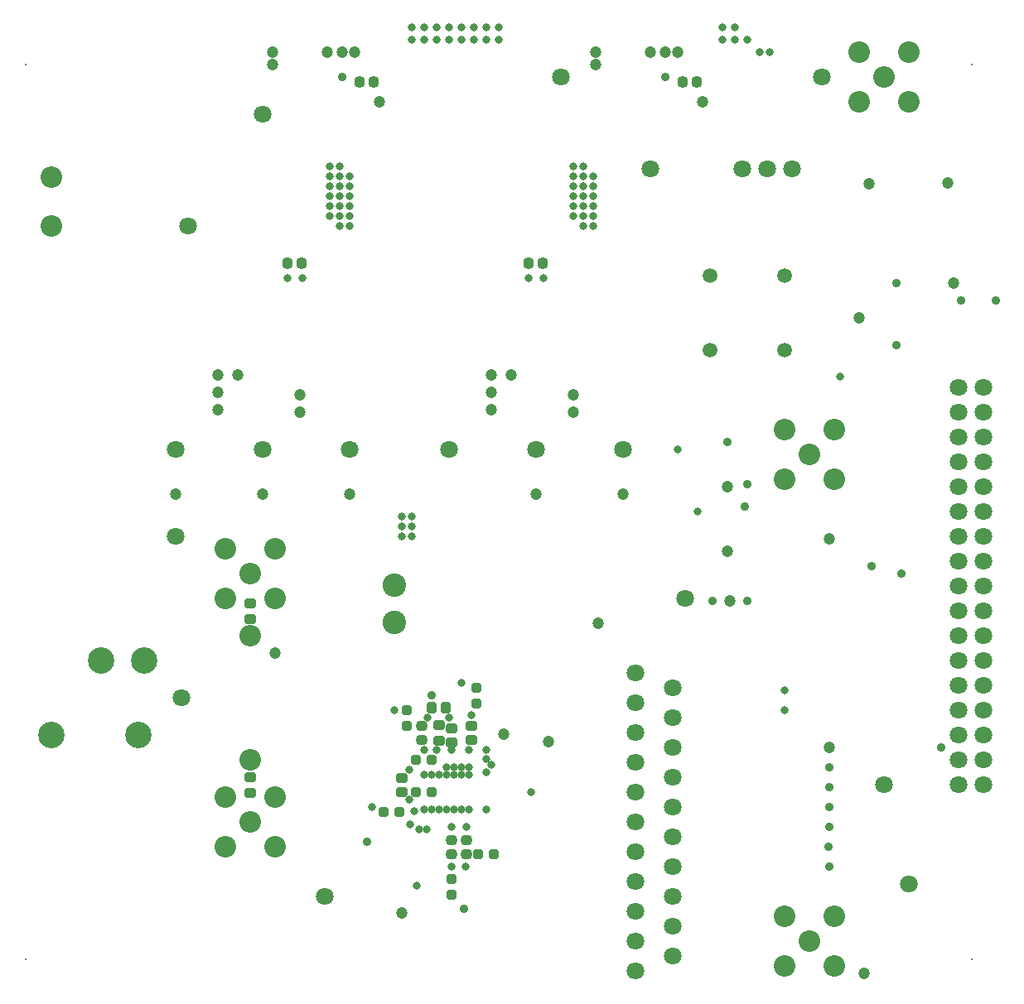
<source format=gbs>
%FSTAX44Y44*%
%MOMM*%
G71*
G01*
G75*
G04 Layer_Color=38400*
G04:AMPARAMS|DCode=10|XSize=0.8mm|YSize=1mm|CornerRadius=0.2mm|HoleSize=0mm|Usage=FLASHONLY|Rotation=270.000|XOffset=0mm|YOffset=0mm|HoleType=Round|Shape=RoundedRectangle|*
%AMROUNDEDRECTD10*
21,1,0.8000,0.6000,0,0,270.0*
21,1,0.4000,1.0000,0,0,270.0*
1,1,0.4000,-0.3000,-0.2000*
1,1,0.4000,-0.3000,0.2000*
1,1,0.4000,0.3000,0.2000*
1,1,0.4000,0.3000,-0.2000*
%
%ADD10ROUNDEDRECTD10*%
G04:AMPARAMS|DCode=11|XSize=0.8mm|YSize=1mm|CornerRadius=0.2mm|HoleSize=0mm|Usage=FLASHONLY|Rotation=0.000|XOffset=0mm|YOffset=0mm|HoleType=Round|Shape=RoundedRectangle|*
%AMROUNDEDRECTD11*
21,1,0.8000,0.6000,0,0,0.0*
21,1,0.4000,1.0000,0,0,0.0*
1,1,0.4000,0.2000,-0.3000*
1,1,0.4000,-0.2000,-0.3000*
1,1,0.4000,-0.2000,0.3000*
1,1,0.4000,0.2000,0.3000*
%
%ADD11ROUNDEDRECTD11*%
G04:AMPARAMS|DCode=12|XSize=0.9mm|YSize=0.8mm|CornerRadius=0.2mm|HoleSize=0mm|Usage=FLASHONLY|Rotation=90.000|XOffset=0mm|YOffset=0mm|HoleType=Round|Shape=RoundedRectangle|*
%AMROUNDEDRECTD12*
21,1,0.9000,0.4000,0,0,90.0*
21,1,0.5000,0.8000,0,0,90.0*
1,1,0.4000,0.2000,0.2500*
1,1,0.4000,0.2000,-0.2500*
1,1,0.4000,-0.2000,-0.2500*
1,1,0.4000,-0.2000,0.2500*
%
%ADD12ROUNDEDRECTD12*%
G04:AMPARAMS|DCode=13|XSize=0.45mm|YSize=0.8mm|CornerRadius=0.1125mm|HoleSize=0mm|Usage=FLASHONLY|Rotation=180.000|XOffset=0mm|YOffset=0mm|HoleType=Round|Shape=RoundedRectangle|*
%AMROUNDEDRECTD13*
21,1,0.4500,0.5750,0,0,180.0*
21,1,0.2250,0.8000,0,0,180.0*
1,1,0.2250,-0.1125,0.2875*
1,1,0.2250,0.1125,0.2875*
1,1,0.2250,0.1125,-0.2875*
1,1,0.2250,-0.1125,-0.2875*
%
%ADD13ROUNDEDRECTD13*%
G04:AMPARAMS|DCode=14|XSize=1mm|YSize=0.8mm|CornerRadius=0.2mm|HoleSize=0mm|Usage=FLASHONLY|Rotation=180.000|XOffset=0mm|YOffset=0mm|HoleType=Round|Shape=RoundedRectangle|*
%AMROUNDEDRECTD14*
21,1,1.0000,0.4000,0,0,180.0*
21,1,0.6000,0.8000,0,0,180.0*
1,1,0.4000,-0.3000,0.2000*
1,1,0.4000,0.3000,0.2000*
1,1,0.4000,0.3000,-0.2000*
1,1,0.4000,-0.3000,-0.2000*
%
%ADD14ROUNDEDRECTD14*%
G04:AMPARAMS|DCode=15|XSize=1.9mm|YSize=0.4mm|CornerRadius=0.1mm|HoleSize=0mm|Usage=FLASHONLY|Rotation=180.000|XOffset=0mm|YOffset=0mm|HoleType=Round|Shape=RoundedRectangle|*
%AMROUNDEDRECTD15*
21,1,1.9000,0.2000,0,0,180.0*
21,1,1.7000,0.4000,0,0,180.0*
1,1,0.2000,-0.8500,0.1000*
1,1,0.2000,0.8500,0.1000*
1,1,0.2000,0.8500,-0.1000*
1,1,0.2000,-0.8500,-0.1000*
%
%ADD15ROUNDEDRECTD15*%
G04:AMPARAMS|DCode=16|XSize=0.8mm|YSize=0.85mm|CornerRadius=0.2mm|HoleSize=0mm|Usage=FLASHONLY|Rotation=90.000|XOffset=0mm|YOffset=0mm|HoleType=Round|Shape=RoundedRectangle|*
%AMROUNDEDRECTD16*
21,1,0.8000,0.4500,0,0,90.0*
21,1,0.4000,0.8500,0,0,90.0*
1,1,0.4000,0.2250,0.2000*
1,1,0.4000,0.2250,-0.2000*
1,1,0.4000,-0.2250,-0.2000*
1,1,0.4000,-0.2250,0.2000*
%
%ADD16ROUNDEDRECTD16*%
G04:AMPARAMS|DCode=17|XSize=1.6mm|YSize=1.3mm|CornerRadius=0.325mm|HoleSize=0mm|Usage=FLASHONLY|Rotation=0.000|XOffset=0mm|YOffset=0mm|HoleType=Round|Shape=RoundedRectangle|*
%AMROUNDEDRECTD17*
21,1,1.6000,0.6500,0,0,0.0*
21,1,0.9500,1.3000,0,0,0.0*
1,1,0.6500,0.4750,-0.3250*
1,1,0.6500,-0.4750,-0.3250*
1,1,0.6500,-0.4750,0.3250*
1,1,0.6500,0.4750,0.3250*
%
%ADD17ROUNDEDRECTD17*%
G04:AMPARAMS|DCode=18|XSize=2mm|YSize=1.6mm|CornerRadius=0.4mm|HoleSize=0mm|Usage=FLASHONLY|Rotation=90.000|XOffset=0mm|YOffset=0mm|HoleType=Round|Shape=RoundedRectangle|*
%AMROUNDEDRECTD18*
21,1,2.0000,0.8000,0,0,90.0*
21,1,1.2000,1.6000,0,0,90.0*
1,1,0.8000,0.4000,0.6000*
1,1,0.8000,0.4000,-0.6000*
1,1,0.8000,-0.4000,-0.6000*
1,1,0.8000,-0.4000,0.6000*
%
%ADD18ROUNDEDRECTD18*%
G04:AMPARAMS|DCode=19|XSize=2mm|YSize=2.6mm|CornerRadius=0.5mm|HoleSize=0mm|Usage=FLASHONLY|Rotation=90.000|XOffset=0mm|YOffset=0mm|HoleType=Round|Shape=RoundedRectangle|*
%AMROUNDEDRECTD19*
21,1,2.0000,1.6000,0,0,90.0*
21,1,1.0000,2.6000,0,0,90.0*
1,1,1.0000,0.8000,0.5000*
1,1,1.0000,0.8000,-0.5000*
1,1,1.0000,-0.8000,-0.5000*
1,1,1.0000,-0.8000,0.5000*
%
%ADD19ROUNDEDRECTD19*%
G04:AMPARAMS|DCode=20|XSize=1.25mm|YSize=1mm|CornerRadius=0.25mm|HoleSize=0mm|Usage=FLASHONLY|Rotation=180.000|XOffset=0mm|YOffset=0mm|HoleType=Round|Shape=RoundedRectangle|*
%AMROUNDEDRECTD20*
21,1,1.2500,0.5000,0,0,180.0*
21,1,0.7500,1.0000,0,0,180.0*
1,1,0.5000,-0.3750,0.2500*
1,1,0.5000,0.3750,0.2500*
1,1,0.5000,0.3750,-0.2500*
1,1,0.5000,-0.3750,-0.2500*
%
%ADD20ROUNDEDRECTD20*%
G04:AMPARAMS|DCode=21|XSize=1.8mm|YSize=2.8mm|CornerRadius=0.18mm|HoleSize=0mm|Usage=FLASHONLY|Rotation=90.000|XOffset=0mm|YOffset=0mm|HoleType=Round|Shape=RoundedRectangle|*
%AMROUNDEDRECTD21*
21,1,1.8000,2.4400,0,0,90.0*
21,1,1.4400,2.8000,0,0,90.0*
1,1,0.3600,1.2200,0.7200*
1,1,0.3600,1.2200,-0.7200*
1,1,0.3600,-1.2200,-0.7200*
1,1,0.3600,-1.2200,0.7200*
%
%ADD21ROUNDEDRECTD21*%
G04:AMPARAMS|DCode=22|XSize=0.7mm|YSize=1mm|CornerRadius=0.175mm|HoleSize=0mm|Usage=FLASHONLY|Rotation=270.000|XOffset=0mm|YOffset=0mm|HoleType=Round|Shape=RoundedRectangle|*
%AMROUNDEDRECTD22*
21,1,0.7000,0.6500,0,0,270.0*
21,1,0.3500,1.0000,0,0,270.0*
1,1,0.3500,-0.3250,-0.1750*
1,1,0.3500,-0.3250,0.1750*
1,1,0.3500,0.3250,0.1750*
1,1,0.3500,0.3250,-0.1750*
%
%ADD22ROUNDEDRECTD22*%
G04:AMPARAMS|DCode=23|XSize=2mm|YSize=1.6mm|CornerRadius=0.4mm|HoleSize=0mm|Usage=FLASHONLY|Rotation=0.000|XOffset=0mm|YOffset=0mm|HoleType=Round|Shape=RoundedRectangle|*
%AMROUNDEDRECTD23*
21,1,2.0000,0.8000,0,0,0.0*
21,1,1.2000,1.6000,0,0,0.0*
1,1,0.8000,0.6000,-0.4000*
1,1,0.8000,-0.6000,-0.4000*
1,1,0.8000,-0.6000,0.4000*
1,1,0.8000,0.6000,0.4000*
%
%ADD23ROUNDEDRECTD23*%
G04:AMPARAMS|DCode=24|XSize=2mm|YSize=2.6mm|CornerRadius=0.5mm|HoleSize=0mm|Usage=FLASHONLY|Rotation=0.000|XOffset=0mm|YOffset=0mm|HoleType=Round|Shape=RoundedRectangle|*
%AMROUNDEDRECTD24*
21,1,2.0000,1.6000,0,0,0.0*
21,1,1.0000,2.6000,0,0,0.0*
1,1,1.0000,0.5000,-0.8000*
1,1,1.0000,-0.5000,-0.8000*
1,1,1.0000,-0.5000,0.8000*
1,1,1.0000,0.5000,0.8000*
%
%ADD24ROUNDEDRECTD24*%
G04:AMPARAMS|DCode=25|XSize=2.4mm|YSize=3mm|CornerRadius=0.24mm|HoleSize=0mm|Usage=FLASHONLY|Rotation=270.000|XOffset=0mm|YOffset=0mm|HoleType=Round|Shape=RoundedRectangle|*
%AMROUNDEDRECTD25*
21,1,2.4000,2.5200,0,0,270.0*
21,1,1.9200,3.0000,0,0,270.0*
1,1,0.4800,-1.2600,-0.9600*
1,1,0.4800,-1.2600,0.9600*
1,1,0.4800,1.2600,0.9600*
1,1,0.4800,1.2600,-0.9600*
%
%ADD25ROUNDEDRECTD25*%
G04:AMPARAMS|DCode=26|XSize=2.65mm|YSize=1.75mm|CornerRadius=0.4375mm|HoleSize=0mm|Usage=FLASHONLY|Rotation=180.000|XOffset=0mm|YOffset=0mm|HoleType=Round|Shape=RoundedRectangle|*
%AMROUNDEDRECTD26*
21,1,2.6500,0.8750,0,0,180.0*
21,1,1.7750,1.7500,0,0,180.0*
1,1,0.8750,-0.8875,0.4375*
1,1,0.8750,0.8875,0.4375*
1,1,0.8750,0.8875,-0.4375*
1,1,0.8750,-0.8875,-0.4375*
%
%ADD26ROUNDEDRECTD26*%
G04:AMPARAMS|DCode=27|XSize=1.8mm|YSize=2.8mm|CornerRadius=0.18mm|HoleSize=0mm|Usage=FLASHONLY|Rotation=180.000|XOffset=0mm|YOffset=0mm|HoleType=Round|Shape=RoundedRectangle|*
%AMROUNDEDRECTD27*
21,1,1.8000,2.4400,0,0,180.0*
21,1,1.4400,2.8000,0,0,180.0*
1,1,0.3600,-0.7200,1.2200*
1,1,0.3600,0.7200,1.2200*
1,1,0.3600,0.7200,-1.2200*
1,1,0.3600,-0.7200,-1.2200*
%
%ADD27ROUNDEDRECTD27*%
G04:AMPARAMS|DCode=28|XSize=1.25mm|YSize=1mm|CornerRadius=0.25mm|HoleSize=0mm|Usage=FLASHONLY|Rotation=90.000|XOffset=0mm|YOffset=0mm|HoleType=Round|Shape=RoundedRectangle|*
%AMROUNDEDRECTD28*
21,1,1.2500,0.5000,0,0,90.0*
21,1,0.7500,1.0000,0,0,90.0*
1,1,0.5000,0.2500,0.3750*
1,1,0.5000,0.2500,-0.3750*
1,1,0.5000,-0.2500,-0.3750*
1,1,0.5000,-0.2500,0.3750*
%
%ADD28ROUNDEDRECTD28*%
%ADD29O,0.4000X1.9000*%
G04:AMPARAMS|DCode=30|XSize=0.9mm|YSize=0.8mm|CornerRadius=0.2mm|HoleSize=0mm|Usage=FLASHONLY|Rotation=180.000|XOffset=0mm|YOffset=0mm|HoleType=Round|Shape=RoundedRectangle|*
%AMROUNDEDRECTD30*
21,1,0.9000,0.4000,0,0,180.0*
21,1,0.5000,0.8000,0,0,180.0*
1,1,0.4000,-0.2500,0.2000*
1,1,0.4000,0.2500,0.2000*
1,1,0.4000,0.2500,-0.2000*
1,1,0.4000,-0.2500,-0.2000*
%
%ADD30ROUNDEDRECTD30*%
G04:AMPARAMS|DCode=31|XSize=0.7mm|YSize=1mm|CornerRadius=0.175mm|HoleSize=0mm|Usage=FLASHONLY|Rotation=0.000|XOffset=0mm|YOffset=0mm|HoleType=Round|Shape=RoundedRectangle|*
%AMROUNDEDRECTD31*
21,1,0.7000,0.6500,0,0,0.0*
21,1,0.3500,1.0000,0,0,0.0*
1,1,0.3500,0.1750,-0.3250*
1,1,0.3500,-0.1750,-0.3250*
1,1,0.3500,-0.1750,0.3250*
1,1,0.3500,0.1750,0.3250*
%
%ADD31ROUNDEDRECTD31*%
G04:AMPARAMS|DCode=32|XSize=0.8mm|YSize=0.85mm|CornerRadius=0.2mm|HoleSize=0mm|Usage=FLASHONLY|Rotation=180.000|XOffset=0mm|YOffset=0mm|HoleType=Round|Shape=RoundedRectangle|*
%AMROUNDEDRECTD32*
21,1,0.8000,0.4500,0,0,180.0*
21,1,0.4000,0.8500,0,0,180.0*
1,1,0.4000,-0.2000,0.2250*
1,1,0.4000,0.2000,0.2250*
1,1,0.4000,0.2000,-0.2250*
1,1,0.4000,-0.2000,-0.2250*
%
%ADD32ROUNDEDRECTD32*%
G04:AMPARAMS|DCode=33|XSize=0.6mm|YSize=2.2mm|CornerRadius=0.15mm|HoleSize=0mm|Usage=FLASHONLY|Rotation=0.000|XOffset=0mm|YOffset=0mm|HoleType=Round|Shape=RoundedRectangle|*
%AMROUNDEDRECTD33*
21,1,0.6000,1.9000,0,0,0.0*
21,1,0.3000,2.2000,0,0,0.0*
1,1,0.3000,0.1500,-0.9500*
1,1,0.3000,-0.1500,-0.9500*
1,1,0.3000,-0.1500,0.9500*
1,1,0.3000,0.1500,0.9500*
%
%ADD33ROUNDEDRECTD33*%
G04:AMPARAMS|DCode=34|XSize=2.2mm|YSize=2.8mm|CornerRadius=0.33mm|HoleSize=0mm|Usage=FLASHONLY|Rotation=90.000|XOffset=0mm|YOffset=0mm|HoleType=Round|Shape=RoundedRectangle|*
%AMROUNDEDRECTD34*
21,1,2.2000,2.1400,0,0,90.0*
21,1,1.5400,2.8000,0,0,90.0*
1,1,0.6600,1.0700,0.7700*
1,1,0.6600,1.0700,-0.7700*
1,1,0.6600,-1.0700,-0.7700*
1,1,0.6600,-1.0700,0.7700*
%
%ADD34ROUNDEDRECTD34*%
G04:AMPARAMS|DCode=35|XSize=1mm|YSize=0.8mm|CornerRadius=0.2mm|HoleSize=0mm|Usage=FLASHONLY|Rotation=90.000|XOffset=0mm|YOffset=0mm|HoleType=Round|Shape=RoundedRectangle|*
%AMROUNDEDRECTD35*
21,1,1.0000,0.4000,0,0,90.0*
21,1,0.6000,0.8000,0,0,90.0*
1,1,0.4000,0.2000,0.3000*
1,1,0.4000,0.2000,-0.3000*
1,1,0.4000,-0.2000,-0.3000*
1,1,0.4000,-0.2000,0.3000*
%
%ADD35ROUNDEDRECTD35*%
G04:AMPARAMS|DCode=36|XSize=0.5mm|YSize=0.65mm|CornerRadius=0.125mm|HoleSize=0mm|Usage=FLASHONLY|Rotation=180.000|XOffset=0mm|YOffset=0mm|HoleType=Round|Shape=RoundedRectangle|*
%AMROUNDEDRECTD36*
21,1,0.5000,0.4000,0,0,180.0*
21,1,0.2500,0.6500,0,0,180.0*
1,1,0.2500,-0.1250,0.2000*
1,1,0.2500,0.1250,0.2000*
1,1,0.2500,0.1250,-0.2000*
1,1,0.2500,-0.1250,-0.2000*
%
%ADD36ROUNDEDRECTD36*%
G04:AMPARAMS|DCode=37|XSize=0.3mm|YSize=1.9mm|CornerRadius=0.075mm|HoleSize=0mm|Usage=FLASHONLY|Rotation=270.000|XOffset=0mm|YOffset=0mm|HoleType=Round|Shape=RoundedRectangle|*
%AMROUNDEDRECTD37*
21,1,0.3000,1.7500,0,0,270.0*
21,1,0.1500,1.9000,0,0,270.0*
1,1,0.1500,-0.8750,-0.0750*
1,1,0.1500,-0.8750,0.0750*
1,1,0.1500,0.8750,0.0750*
1,1,0.1500,0.8750,-0.0750*
%
%ADD37ROUNDEDRECTD37*%
G04:AMPARAMS|DCode=38|XSize=0.3mm|YSize=1.9mm|CornerRadius=0.075mm|HoleSize=0mm|Usage=FLASHONLY|Rotation=180.000|XOffset=0mm|YOffset=0mm|HoleType=Round|Shape=RoundedRectangle|*
%AMROUNDEDRECTD38*
21,1,0.3000,1.7500,0,0,180.0*
21,1,0.1500,1.9000,0,0,180.0*
1,1,0.1500,-0.0750,0.8750*
1,1,0.1500,0.0750,0.8750*
1,1,0.1500,0.0750,-0.8750*
1,1,0.1500,-0.0750,-0.8750*
%
%ADD38ROUNDEDRECTD38*%
G04:AMPARAMS|DCode=39|XSize=6mm|YSize=6mm|CornerRadius=0.3mm|HoleSize=0mm|Usage=FLASHONLY|Rotation=270.000|XOffset=0mm|YOffset=0mm|HoleType=Round|Shape=RoundedRectangle|*
%AMROUNDEDRECTD39*
21,1,6.0000,5.4000,0,0,270.0*
21,1,5.4000,6.0000,0,0,270.0*
1,1,0.6000,-2.7000,-2.7000*
1,1,0.6000,-2.7000,2.7000*
1,1,0.6000,2.7000,2.7000*
1,1,0.6000,2.7000,-2.7000*
%
%ADD39ROUNDEDRECTD39*%
%ADD40C,0.3000*%
%ADD41C,0.2540*%
%ADD42C,1.0000*%
%ADD43C,0.4000*%
%ADD44C,0.7000*%
%ADD45C,0.5000*%
%ADD46C,0.2500*%
%ADD47C,0.2000*%
%ADD48C,2.0000*%
%ADD49C,1.6000*%
%ADD50C,2.5000*%
%ADD51C,2.0000*%
%ADD52C,1.3000*%
%ADD53C,2.2000*%
%ADD54C,0.6000*%
%ADD55C,1.0000*%
%ADD56C,0.7000*%
%ADD57C,1.0160*%
%ADD58C,2.0160*%
G04:AMPARAMS|DCode=59|XSize=2.524mm|YSize=2.524mm|CornerRadius=0mm|HoleSize=0mm|Usage=FLASHONLY|Rotation=0.000|XOffset=0mm|YOffset=0mm|HoleType=Round|Shape=Relief|Width=0.254mm|Gap=0.254mm|Entries=4|*
%AMTHD59*
7,0,0,2.5240,2.0160,0.2540,45*
%
%ADD59THD59*%
%ADD60C,2.6160*%
%ADD61C,2.2160*%
%ADD62C,2.6160*%
G04:AMPARAMS|DCode=63|XSize=3.124mm|YSize=3.124mm|CornerRadius=0mm|HoleSize=0mm|Usage=FLASHONLY|Rotation=0.000|XOffset=0mm|YOffset=0mm|HoleType=Round|Shape=Relief|Width=0.254mm|Gap=0.254mm|Entries=4|*
%AMTHD63*
7,0,0,3.1240,2.6160,0.2540,45*
%
%ADD63THD63*%
%ADD64C,2.3160*%
G04:AMPARAMS|DCode=65|XSize=2.824mm|YSize=2.824mm|CornerRadius=0mm|HoleSize=0mm|Usage=FLASHONLY|Rotation=0.000|XOffset=0mm|YOffset=0mm|HoleType=Round|Shape=Relief|Width=0.254mm|Gap=0.254mm|Entries=4|*
%AMTHD65*
7,0,0,2.8240,2.3160,0.2540,45*
%
%ADD65THD65*%
%ADD66C,1.8160*%
G04:AMPARAMS|DCode=67|XSize=2.324mm|YSize=2.324mm|CornerRadius=0mm|HoleSize=0mm|Usage=FLASHONLY|Rotation=0.000|XOffset=0mm|YOffset=0mm|HoleType=Round|Shape=Relief|Width=0.254mm|Gap=0.254mm|Entries=4|*
%AMTHD67*
7,0,0,2.3240,1.8160,0.2540,45*
%
%ADD67THD67*%
%ADD68C,6.0960*%
G04:AMPARAMS|DCode=69|XSize=1.824mm|YSize=1.824mm|CornerRadius=0mm|HoleSize=0mm|Usage=FLASHONLY|Rotation=0.000|XOffset=0mm|YOffset=0mm|HoleType=Round|Shape=Relief|Width=0.254mm|Gap=0.254mm|Entries=4|*
%AMTHD69*
7,0,0,1.8240,1.3160,0.2540,45*
%
%ADD69THD69*%
%ADD70C,1.3160*%
G04:AMPARAMS|DCode=71|XSize=2.124mm|YSize=2.124mm|CornerRadius=0mm|HoleSize=0mm|Usage=FLASHONLY|Rotation=0.000|XOffset=0mm|YOffset=0mm|HoleType=Round|Shape=Relief|Width=0.254mm|Gap=0.254mm|Entries=4|*
%AMTHD71*
7,0,0,2.1240,1.6160,0.2540,45*
%
%ADD71THD71*%
%ADD72C,1.6160*%
%ADD73C,0.0254*%
%ADD74C,0.3500*%
G04:AMPARAMS|DCode=75|XSize=1mm|YSize=1.2mm|CornerRadius=0.3mm|HoleSize=0mm|Usage=FLASHONLY|Rotation=270.000|XOffset=0mm|YOffset=0mm|HoleType=Round|Shape=RoundedRectangle|*
%AMROUNDEDRECTD75*
21,1,1.0000,0.6000,0,0,270.0*
21,1,0.4000,1.2000,0,0,270.0*
1,1,0.6000,-0.3000,-0.2000*
1,1,0.6000,-0.3000,0.2000*
1,1,0.6000,0.3000,0.2000*
1,1,0.6000,0.3000,-0.2000*
%
%ADD75ROUNDEDRECTD75*%
G04:AMPARAMS|DCode=76|XSize=1mm|YSize=1.2mm|CornerRadius=0.3mm|HoleSize=0mm|Usage=FLASHONLY|Rotation=0.000|XOffset=0mm|YOffset=0mm|HoleType=Round|Shape=RoundedRectangle|*
%AMROUNDEDRECTD76*
21,1,1.0000,0.6000,0,0,0.0*
21,1,0.4000,1.2000,0,0,0.0*
1,1,0.6000,0.2000,-0.3000*
1,1,0.6000,-0.2000,-0.3000*
1,1,0.6000,-0.2000,0.3000*
1,1,0.6000,0.2000,0.3000*
%
%ADD76ROUNDEDRECTD76*%
G04:AMPARAMS|DCode=77|XSize=1.1032mm|YSize=1.0032mm|CornerRadius=0.3016mm|HoleSize=0mm|Usage=FLASHONLY|Rotation=90.000|XOffset=0mm|YOffset=0mm|HoleType=Round|Shape=RoundedRectangle|*
%AMROUNDEDRECTD77*
21,1,1.1032,0.4000,0,0,90.0*
21,1,0.5000,1.0032,0,0,90.0*
1,1,0.6032,0.2000,0.2500*
1,1,0.6032,0.2000,-0.2500*
1,1,0.6032,-0.2000,-0.2500*
1,1,0.6032,-0.2000,0.2500*
%
%ADD77ROUNDEDRECTD77*%
G04:AMPARAMS|DCode=78|XSize=0.6532mm|YSize=1.0032mm|CornerRadius=0.2141mm|HoleSize=0mm|Usage=FLASHONLY|Rotation=180.000|XOffset=0mm|YOffset=0mm|HoleType=Round|Shape=RoundedRectangle|*
%AMROUNDEDRECTD78*
21,1,0.6532,0.5750,0,0,180.0*
21,1,0.2250,1.0032,0,0,180.0*
1,1,0.4282,-0.1125,0.2875*
1,1,0.4282,0.1125,0.2875*
1,1,0.4282,0.1125,-0.2875*
1,1,0.4282,-0.1125,-0.2875*
%
%ADD78ROUNDEDRECTD78*%
G04:AMPARAMS|DCode=79|XSize=1.2032mm|YSize=1.0032mm|CornerRadius=0.3016mm|HoleSize=0mm|Usage=FLASHONLY|Rotation=180.000|XOffset=0mm|YOffset=0mm|HoleType=Round|Shape=RoundedRectangle|*
%AMROUNDEDRECTD79*
21,1,1.2032,0.4000,0,0,180.0*
21,1,0.6000,1.0032,0,0,180.0*
1,1,0.6032,-0.3000,0.2000*
1,1,0.6032,0.3000,0.2000*
1,1,0.6032,0.3000,-0.2000*
1,1,0.6032,-0.3000,-0.2000*
%
%ADD79ROUNDEDRECTD79*%
G04:AMPARAMS|DCode=80|XSize=2mm|YSize=0.5mm|CornerRadius=0.15mm|HoleSize=0mm|Usage=FLASHONLY|Rotation=180.000|XOffset=0mm|YOffset=0mm|HoleType=Round|Shape=RoundedRectangle|*
%AMROUNDEDRECTD80*
21,1,2.0000,0.2000,0,0,180.0*
21,1,1.7000,0.5000,0,0,180.0*
1,1,0.3000,-0.8500,0.1000*
1,1,0.3000,0.8500,0.1000*
1,1,0.3000,0.8500,-0.1000*
1,1,0.3000,-0.8500,-0.1000*
%
%ADD80ROUNDEDRECTD80*%
G04:AMPARAMS|DCode=81|XSize=1.0032mm|YSize=1.0532mm|CornerRadius=0.3016mm|HoleSize=0mm|Usage=FLASHONLY|Rotation=90.000|XOffset=0mm|YOffset=0mm|HoleType=Round|Shape=RoundedRectangle|*
%AMROUNDEDRECTD81*
21,1,1.0032,0.4500,0,0,90.0*
21,1,0.4000,1.0532,0,0,90.0*
1,1,0.6032,0.2250,0.2000*
1,1,0.6032,0.2250,-0.2000*
1,1,0.6032,-0.2250,-0.2000*
1,1,0.6032,-0.2250,0.2000*
%
%ADD81ROUNDEDRECTD81*%
G04:AMPARAMS|DCode=82|XSize=1.8032mm|YSize=1.5032mm|CornerRadius=0.4266mm|HoleSize=0mm|Usage=FLASHONLY|Rotation=0.000|XOffset=0mm|YOffset=0mm|HoleType=Round|Shape=RoundedRectangle|*
%AMROUNDEDRECTD82*
21,1,1.8032,0.6500,0,0,0.0*
21,1,0.9500,1.5032,0,0,0.0*
1,1,0.8532,0.4750,-0.3250*
1,1,0.8532,-0.4750,-0.3250*
1,1,0.8532,-0.4750,0.3250*
1,1,0.8532,0.4750,0.3250*
%
%ADD82ROUNDEDRECTD82*%
G04:AMPARAMS|DCode=83|XSize=2.2mm|YSize=1.8mm|CornerRadius=0.5mm|HoleSize=0mm|Usage=FLASHONLY|Rotation=90.000|XOffset=0mm|YOffset=0mm|HoleType=Round|Shape=RoundedRectangle|*
%AMROUNDEDRECTD83*
21,1,2.2000,0.8000,0,0,90.0*
21,1,1.2000,1.8000,0,0,90.0*
1,1,1.0000,0.4000,0.6000*
1,1,1.0000,0.4000,-0.6000*
1,1,1.0000,-0.4000,-0.6000*
1,1,1.0000,-0.4000,0.6000*
%
%ADD83ROUNDEDRECTD83*%
G04:AMPARAMS|DCode=84|XSize=2.2mm|YSize=2.8mm|CornerRadius=0.6mm|HoleSize=0mm|Usage=FLASHONLY|Rotation=90.000|XOffset=0mm|YOffset=0mm|HoleType=Round|Shape=RoundedRectangle|*
%AMROUNDEDRECTD84*
21,1,2.2000,1.6000,0,0,90.0*
21,1,1.0000,2.8000,0,0,90.0*
1,1,1.2000,0.8000,0.5000*
1,1,1.2000,0.8000,-0.5000*
1,1,1.2000,-0.8000,-0.5000*
1,1,1.2000,-0.8000,0.5000*
%
%ADD84ROUNDEDRECTD84*%
G04:AMPARAMS|DCode=85|XSize=1.4532mm|YSize=1.2032mm|CornerRadius=0.3516mm|HoleSize=0mm|Usage=FLASHONLY|Rotation=180.000|XOffset=0mm|YOffset=0mm|HoleType=Round|Shape=RoundedRectangle|*
%AMROUNDEDRECTD85*
21,1,1.4532,0.5000,0,0,180.0*
21,1,0.7500,1.2032,0,0,180.0*
1,1,0.7032,-0.3750,0.2500*
1,1,0.7032,0.3750,0.2500*
1,1,0.7032,0.3750,-0.2500*
1,1,0.7032,-0.3750,-0.2500*
%
%ADD85ROUNDEDRECTD85*%
G04:AMPARAMS|DCode=86|XSize=2.0032mm|YSize=3.0032mm|CornerRadius=0.2816mm|HoleSize=0mm|Usage=FLASHONLY|Rotation=90.000|XOffset=0mm|YOffset=0mm|HoleType=Round|Shape=RoundedRectangle|*
%AMROUNDEDRECTD86*
21,1,2.0032,2.4400,0,0,90.0*
21,1,1.4400,3.0032,0,0,90.0*
1,1,0.5632,1.2200,0.7200*
1,1,0.5632,1.2200,-0.7200*
1,1,0.5632,-1.2200,-0.7200*
1,1,0.5632,-1.2200,0.7200*
%
%ADD86ROUNDEDRECTD86*%
G04:AMPARAMS|DCode=87|XSize=0.9032mm|YSize=1.2032mm|CornerRadius=0.2766mm|HoleSize=0mm|Usage=FLASHONLY|Rotation=270.000|XOffset=0mm|YOffset=0mm|HoleType=Round|Shape=RoundedRectangle|*
%AMROUNDEDRECTD87*
21,1,0.9032,0.6500,0,0,270.0*
21,1,0.3500,1.2032,0,0,270.0*
1,1,0.5532,-0.3250,-0.1750*
1,1,0.5532,-0.3250,0.1750*
1,1,0.5532,0.3250,0.1750*
1,1,0.5532,0.3250,-0.1750*
%
%ADD87ROUNDEDRECTD87*%
G04:AMPARAMS|DCode=88|XSize=2.2mm|YSize=1.8mm|CornerRadius=0.5mm|HoleSize=0mm|Usage=FLASHONLY|Rotation=0.000|XOffset=0mm|YOffset=0mm|HoleType=Round|Shape=RoundedRectangle|*
%AMROUNDEDRECTD88*
21,1,2.2000,0.8000,0,0,0.0*
21,1,1.2000,1.8000,0,0,0.0*
1,1,1.0000,0.6000,-0.4000*
1,1,1.0000,-0.6000,-0.4000*
1,1,1.0000,-0.6000,0.4000*
1,1,1.0000,0.6000,0.4000*
%
%ADD88ROUNDEDRECTD88*%
G04:AMPARAMS|DCode=89|XSize=2.2mm|YSize=2.8mm|CornerRadius=0.6mm|HoleSize=0mm|Usage=FLASHONLY|Rotation=0.000|XOffset=0mm|YOffset=0mm|HoleType=Round|Shape=RoundedRectangle|*
%AMROUNDEDRECTD89*
21,1,2.2000,1.6000,0,0,0.0*
21,1,1.0000,2.8000,0,0,0.0*
1,1,1.2000,0.5000,-0.8000*
1,1,1.2000,-0.5000,-0.8000*
1,1,1.2000,-0.5000,0.8000*
1,1,1.2000,0.5000,0.8000*
%
%ADD89ROUNDEDRECTD89*%
G04:AMPARAMS|DCode=90|XSize=2.6032mm|YSize=3.2032mm|CornerRadius=0.3416mm|HoleSize=0mm|Usage=FLASHONLY|Rotation=270.000|XOffset=0mm|YOffset=0mm|HoleType=Round|Shape=RoundedRectangle|*
%AMROUNDEDRECTD90*
21,1,2.6032,2.5200,0,0,270.0*
21,1,1.9200,3.2032,0,0,270.0*
1,1,0.6832,-1.2600,-0.9600*
1,1,0.6832,-1.2600,0.9600*
1,1,0.6832,1.2600,0.9600*
1,1,0.6832,1.2600,-0.9600*
%
%ADD90ROUNDEDRECTD90*%
G04:AMPARAMS|DCode=91|XSize=2.8532mm|YSize=1.9532mm|CornerRadius=0.5391mm|HoleSize=0mm|Usage=FLASHONLY|Rotation=180.000|XOffset=0mm|YOffset=0mm|HoleType=Round|Shape=RoundedRectangle|*
%AMROUNDEDRECTD91*
21,1,2.8532,0.8750,0,0,180.0*
21,1,1.7750,1.9532,0,0,180.0*
1,1,1.0782,-0.8875,0.4375*
1,1,1.0782,0.8875,0.4375*
1,1,1.0782,0.8875,-0.4375*
1,1,1.0782,-0.8875,-0.4375*
%
%ADD91ROUNDEDRECTD91*%
G04:AMPARAMS|DCode=92|XSize=2.0032mm|YSize=3.0032mm|CornerRadius=0.2816mm|HoleSize=0mm|Usage=FLASHONLY|Rotation=180.000|XOffset=0mm|YOffset=0mm|HoleType=Round|Shape=RoundedRectangle|*
%AMROUNDEDRECTD92*
21,1,2.0032,2.4400,0,0,180.0*
21,1,1.4400,3.0032,0,0,180.0*
1,1,0.5632,-0.7200,1.2200*
1,1,0.5632,0.7200,1.2200*
1,1,0.5632,0.7200,-1.2200*
1,1,0.5632,-0.7200,-1.2200*
%
%ADD92ROUNDEDRECTD92*%
G04:AMPARAMS|DCode=93|XSize=1.4532mm|YSize=1.2032mm|CornerRadius=0.3516mm|HoleSize=0mm|Usage=FLASHONLY|Rotation=90.000|XOffset=0mm|YOffset=0mm|HoleType=Round|Shape=RoundedRectangle|*
%AMROUNDEDRECTD93*
21,1,1.4532,0.5000,0,0,90.0*
21,1,0.7500,1.2032,0,0,90.0*
1,1,0.7032,0.2500,0.3750*
1,1,0.7032,0.2500,-0.3750*
1,1,0.7032,-0.2500,-0.3750*
1,1,0.7032,-0.2500,0.3750*
%
%ADD93ROUNDEDRECTD93*%
%ADD94O,0.5000X2.0000*%
G04:AMPARAMS|DCode=95|XSize=1.1032mm|YSize=1.0032mm|CornerRadius=0.3016mm|HoleSize=0mm|Usage=FLASHONLY|Rotation=180.000|XOffset=0mm|YOffset=0mm|HoleType=Round|Shape=RoundedRectangle|*
%AMROUNDEDRECTD95*
21,1,1.1032,0.4000,0,0,180.0*
21,1,0.5000,1.0032,0,0,180.0*
1,1,0.6032,-0.2500,0.2000*
1,1,0.6032,0.2500,0.2000*
1,1,0.6032,0.2500,-0.2000*
1,1,0.6032,-0.2500,-0.2000*
%
%ADD95ROUNDEDRECTD95*%
G04:AMPARAMS|DCode=96|XSize=0.9032mm|YSize=1.2032mm|CornerRadius=0.2766mm|HoleSize=0mm|Usage=FLASHONLY|Rotation=0.000|XOffset=0mm|YOffset=0mm|HoleType=Round|Shape=RoundedRectangle|*
%AMROUNDEDRECTD96*
21,1,0.9032,0.6500,0,0,0.0*
21,1,0.3500,1.2032,0,0,0.0*
1,1,0.5532,0.1750,-0.3250*
1,1,0.5532,-0.1750,-0.3250*
1,1,0.5532,-0.1750,0.3250*
1,1,0.5532,0.1750,0.3250*
%
%ADD96ROUNDEDRECTD96*%
G04:AMPARAMS|DCode=97|XSize=1.0032mm|YSize=1.0532mm|CornerRadius=0.3016mm|HoleSize=0mm|Usage=FLASHONLY|Rotation=180.000|XOffset=0mm|YOffset=0mm|HoleType=Round|Shape=RoundedRectangle|*
%AMROUNDEDRECTD97*
21,1,1.0032,0.4500,0,0,180.0*
21,1,0.4000,1.0532,0,0,180.0*
1,1,0.6032,-0.2000,0.2250*
1,1,0.6032,0.2000,0.2250*
1,1,0.6032,0.2000,-0.2250*
1,1,0.6032,-0.2000,-0.2250*
%
%ADD97ROUNDEDRECTD97*%
G04:AMPARAMS|DCode=98|XSize=0.8032mm|YSize=2.4032mm|CornerRadius=0.2516mm|HoleSize=0mm|Usage=FLASHONLY|Rotation=0.000|XOffset=0mm|YOffset=0mm|HoleType=Round|Shape=RoundedRectangle|*
%AMROUNDEDRECTD98*
21,1,0.8032,1.9000,0,0,0.0*
21,1,0.3000,2.4032,0,0,0.0*
1,1,0.5032,0.1500,-0.9500*
1,1,0.5032,-0.1500,-0.9500*
1,1,0.5032,-0.1500,0.9500*
1,1,0.5032,0.1500,0.9500*
%
%ADD98ROUNDEDRECTD98*%
G04:AMPARAMS|DCode=99|XSize=2.4032mm|YSize=3.0032mm|CornerRadius=0.4316mm|HoleSize=0mm|Usage=FLASHONLY|Rotation=90.000|XOffset=0mm|YOffset=0mm|HoleType=Round|Shape=RoundedRectangle|*
%AMROUNDEDRECTD99*
21,1,2.4032,2.1400,0,0,90.0*
21,1,1.5400,3.0032,0,0,90.0*
1,1,0.8632,1.0700,0.7700*
1,1,0.8632,1.0700,-0.7700*
1,1,0.8632,-1.0700,-0.7700*
1,1,0.8632,-1.0700,0.7700*
%
%ADD99ROUNDEDRECTD99*%
G04:AMPARAMS|DCode=100|XSize=1.2032mm|YSize=1.0032mm|CornerRadius=0.3016mm|HoleSize=0mm|Usage=FLASHONLY|Rotation=90.000|XOffset=0mm|YOffset=0mm|HoleType=Round|Shape=RoundedRectangle|*
%AMROUNDEDRECTD100*
21,1,1.2032,0.4000,0,0,90.0*
21,1,0.6000,1.0032,0,0,90.0*
1,1,0.6032,0.2000,0.3000*
1,1,0.6032,0.2000,-0.3000*
1,1,0.6032,-0.2000,-0.3000*
1,1,0.6032,-0.2000,0.3000*
%
%ADD100ROUNDEDRECTD100*%
G04:AMPARAMS|DCode=101|XSize=0.7032mm|YSize=0.8532mm|CornerRadius=0.2266mm|HoleSize=0mm|Usage=FLASHONLY|Rotation=180.000|XOffset=0mm|YOffset=0mm|HoleType=Round|Shape=RoundedRectangle|*
%AMROUNDEDRECTD101*
21,1,0.7032,0.4000,0,0,180.0*
21,1,0.2500,0.8532,0,0,180.0*
1,1,0.4532,-0.1250,0.2000*
1,1,0.4532,0.1250,0.2000*
1,1,0.4532,0.1250,-0.2000*
1,1,0.4532,-0.1250,-0.2000*
%
%ADD101ROUNDEDRECTD101*%
G04:AMPARAMS|DCode=102|XSize=0.4mm|YSize=2mm|CornerRadius=0.125mm|HoleSize=0mm|Usage=FLASHONLY|Rotation=270.000|XOffset=0mm|YOffset=0mm|HoleType=Round|Shape=RoundedRectangle|*
%AMROUNDEDRECTD102*
21,1,0.4000,1.7500,0,0,270.0*
21,1,0.1500,2.0000,0,0,270.0*
1,1,0.2500,-0.8750,-0.0750*
1,1,0.2500,-0.8750,0.0750*
1,1,0.2500,0.8750,0.0750*
1,1,0.2500,0.8750,-0.0750*
%
%ADD102ROUNDEDRECTD102*%
G04:AMPARAMS|DCode=103|XSize=0.4mm|YSize=2mm|CornerRadius=0.125mm|HoleSize=0mm|Usage=FLASHONLY|Rotation=180.000|XOffset=0mm|YOffset=0mm|HoleType=Round|Shape=RoundedRectangle|*
%AMROUNDEDRECTD103*
21,1,0.4000,1.7500,0,0,180.0*
21,1,0.1500,2.0000,0,0,180.0*
1,1,0.2500,-0.0750,0.8750*
1,1,0.2500,0.0750,0.8750*
1,1,0.2500,0.0750,-0.8750*
1,1,0.2500,-0.0750,-0.8750*
%
%ADD103ROUNDEDRECTD103*%
G04:AMPARAMS|DCode=104|XSize=6.2mm|YSize=6.2mm|CornerRadius=0.4mm|HoleSize=0mm|Usage=FLASHONLY|Rotation=270.000|XOffset=0mm|YOffset=0mm|HoleType=Round|Shape=RoundedRectangle|*
%AMROUNDEDRECTD104*
21,1,6.2000,5.4000,0,0,270.0*
21,1,5.4000,6.2000,0,0,270.0*
1,1,0.8000,-2.7000,-2.7000*
1,1,0.8000,-2.7000,2.7000*
1,1,0.8000,2.7000,2.7000*
1,1,0.8000,2.7000,-2.7000*
%
%ADD104ROUNDEDRECTD104*%
%ADD105C,1.8000*%
%ADD106C,2.7032*%
%ADD107C,1.8032*%
%ADD108C,2.2032*%
%ADD109C,1.5032*%
%ADD110C,0.2032*%
%ADD111C,2.4032*%
%ADD112C,0.8032*%
%ADD113C,1.2032*%
%ADD114C,0.9032*%
D75*
X0087244Y0067394D02*
D03*
Y0068994D02*
D03*
X006794Y006366D02*
D03*
Y006206D02*
D03*
Y008144D02*
D03*
Y007984D02*
D03*
D77*
X0071812Y01162D02*
D03*
X0073212D02*
D03*
X0080578Y0134742D02*
D03*
X0079178D02*
D03*
X009645Y01162D02*
D03*
X009785D02*
D03*
X0113598Y0134742D02*
D03*
X0112198D02*
D03*
D79*
X0083434Y006216D02*
D03*
Y006356D02*
D03*
X0088514Y006864D02*
D03*
Y006724D02*
D03*
X0090546Y0068894D02*
D03*
Y0067494D02*
D03*
D81*
X00912952Y0055748D02*
D03*
X00928448D02*
D03*
X00849452Y00654D02*
D03*
X00864948D02*
D03*
X00831848Y0060102D02*
D03*
X00816352D02*
D03*
X00849452Y0062098D02*
D03*
X00864948D02*
D03*
D95*
X0088514Y005581D02*
D03*
Y005721D02*
D03*
X0090038Y005581D02*
D03*
Y005721D02*
D03*
X0085466Y0067494D02*
D03*
Y0068894D02*
D03*
D97*
X0088514Y00532208D02*
D03*
Y00516712D02*
D03*
X0083942Y00689432D02*
D03*
Y00704928D02*
D03*
X0091054Y00712292D02*
D03*
Y00727788D02*
D03*
D100*
X0086544Y0070734D02*
D03*
X0087944D02*
D03*
D105*
X014287Y00654D02*
D03*
Y006794D02*
D03*
Y007048D02*
D03*
Y007302D02*
D03*
Y007556D02*
D03*
Y00781D02*
D03*
Y006286D02*
D03*
Y01035D02*
D03*
Y010096D02*
D03*
Y009842D02*
D03*
Y009588D02*
D03*
Y009334D02*
D03*
Y00908D02*
D03*
Y008826D02*
D03*
Y008572D02*
D03*
Y008318D02*
D03*
Y008064D02*
D03*
X014033D02*
D03*
Y008318D02*
D03*
Y008572D02*
D03*
Y008826D02*
D03*
Y00908D02*
D03*
Y009334D02*
D03*
Y009588D02*
D03*
Y009842D02*
D03*
Y010096D02*
D03*
Y01035D02*
D03*
Y006286D02*
D03*
Y00781D02*
D03*
Y007556D02*
D03*
Y007302D02*
D03*
Y007048D02*
D03*
Y006794D02*
D03*
Y00654D02*
D03*
X0108834Y0125852D02*
D03*
X0123312D02*
D03*
X0118232D02*
D03*
X0120772D02*
D03*
X012636Y013525D02*
D03*
X009969Y013525D02*
D03*
X006921Y013144D02*
D03*
X006159Y012001D02*
D03*
X009715Y009715D02*
D03*
X010604D02*
D03*
X008826Y009715D02*
D03*
X00781D02*
D03*
X006921D02*
D03*
X006032D02*
D03*
Y008826D02*
D03*
X007556Y005143D02*
D03*
X011239Y008191D02*
D03*
X013271Y006286D02*
D03*
X013525Y00527D02*
D03*
X010731Y004381D02*
D03*
X011112Y0045334D02*
D03*
X010731Y0056002D02*
D03*
Y0049906D02*
D03*
Y0065146D02*
D03*
Y007429D02*
D03*
Y0071242D02*
D03*
Y0062098D02*
D03*
Y0046858D02*
D03*
Y0052954D02*
D03*
Y0068194D02*
D03*
Y005905D02*
D03*
X011112Y0057526D02*
D03*
Y0048382D02*
D03*
Y0069718D02*
D03*
Y0060574D02*
D03*
Y006667D02*
D03*
Y005143D02*
D03*
Y0063622D02*
D03*
Y0072766D02*
D03*
Y0054478D02*
D03*
D106*
X0057145Y007556D02*
D03*
X00527D02*
D03*
X005651Y006794D02*
D03*
X004762D02*
D03*
D107*
X006096Y007175D02*
D03*
D108*
X004762Y012505D02*
D03*
Y012005D02*
D03*
X013017Y013271D02*
D03*
Y013779D02*
D03*
X013525D02*
D03*
Y013271D02*
D03*
X013271Y013525D02*
D03*
X012255Y0094102D02*
D03*
Y0099182D02*
D03*
X012763D02*
D03*
Y0094102D02*
D03*
X012509Y0096642D02*
D03*
X00654Y008191D02*
D03*
Y008699D02*
D03*
X007048D02*
D03*
Y008191D02*
D03*
X006794Y008445D02*
D03*
X00654Y005651D02*
D03*
Y006159D02*
D03*
X007048D02*
D03*
Y005651D02*
D03*
X006794Y005905D02*
D03*
X012255Y0044318D02*
D03*
Y0049398D02*
D03*
X012763D02*
D03*
Y0044318D02*
D03*
X012509Y0046858D02*
D03*
X006794Y00781D02*
D03*
Y00654D02*
D03*
D109*
X011493Y010731D02*
D03*
X012255D02*
D03*
X011493Y011493D02*
D03*
X012255D02*
D03*
D110*
X0045Y0045D02*
D03*
Y01366D02*
D03*
X014168Y0045D02*
D03*
Y01366D02*
D03*
D111*
X0082672Y0079497D02*
D03*
Y0083307D02*
D03*
D112*
X0121026Y013779D02*
D03*
X012001D02*
D03*
X011874Y013906D02*
D03*
X011747D02*
D03*
X01162D02*
D03*
X011747Y014033D02*
D03*
X01162D02*
D03*
X009334D02*
D03*
X009207D02*
D03*
X00908D02*
D03*
X008953D02*
D03*
X008826D02*
D03*
X008699D02*
D03*
X008572D02*
D03*
X008445D02*
D03*
Y013906D02*
D03*
X008572D02*
D03*
X008699D02*
D03*
X008826D02*
D03*
X008953D02*
D03*
X00908D02*
D03*
X009207D02*
D03*
X009334D02*
D03*
X012255Y0072512D02*
D03*
Y007048D02*
D03*
X0102992Y0124074D02*
D03*
Y012509D02*
D03*
Y012001D02*
D03*
Y0121026D02*
D03*
Y0122042D02*
D03*
Y0123058D02*
D03*
X0101976Y012509D02*
D03*
Y0124074D02*
D03*
Y0123058D02*
D03*
Y0122042D02*
D03*
Y0121026D02*
D03*
Y012001D02*
D03*
X010096Y012509D02*
D03*
Y0124074D02*
D03*
Y0123058D02*
D03*
Y0122042D02*
D03*
Y0121026D02*
D03*
Y0126106D02*
D03*
X0101976D02*
D03*
X0077084D02*
D03*
X0076068D02*
D03*
Y0121026D02*
D03*
Y0122042D02*
D03*
Y0123058D02*
D03*
Y0124074D02*
D03*
Y012509D02*
D03*
X0077084Y012001D02*
D03*
Y0121026D02*
D03*
Y0122042D02*
D03*
Y0123058D02*
D03*
Y0124074D02*
D03*
Y012509D02*
D03*
X00781D02*
D03*
Y0124074D02*
D03*
Y0123058D02*
D03*
Y0122042D02*
D03*
Y0121026D02*
D03*
Y012001D02*
D03*
X0097912Y0114676D02*
D03*
X0096429D02*
D03*
X0071791D02*
D03*
X0073274D02*
D03*
X012825Y0104658D02*
D03*
X0111628Y009715D02*
D03*
X011366Y00908D02*
D03*
X0096642Y0062098D02*
D03*
X009207Y006032D02*
D03*
Y006413D02*
D03*
X0092578Y0064892D02*
D03*
X0085212Y0058288D02*
D03*
X0085974D02*
D03*
X0090038Y0058542D02*
D03*
X0088514D02*
D03*
X008953Y006032D02*
D03*
X0088768D02*
D03*
X0088006D02*
D03*
X0090292D02*
D03*
X008572D02*
D03*
X0086482D02*
D03*
X0087244D02*
D03*
Y0063876D02*
D03*
X0086482D02*
D03*
X008572D02*
D03*
X0090292D02*
D03*
X0088006D02*
D03*
Y0064638D02*
D03*
X0088768D02*
D03*
Y0063876D02*
D03*
X008953Y0064638D02*
D03*
Y0063876D02*
D03*
X0090292Y0064638D02*
D03*
X008445Y008826D02*
D03*
X0083434D02*
D03*
Y0090292D02*
D03*
Y0089276D02*
D03*
X008445D02*
D03*
Y0090292D02*
D03*
X0084196Y0064384D02*
D03*
Y0061336D02*
D03*
X0084704Y0060193D02*
D03*
X0084323Y0058796D02*
D03*
X0080386Y0060574D02*
D03*
X0082672Y007048D02*
D03*
X009001Y0054478D02*
D03*
X0088514D02*
D03*
X0084958Y0052573D02*
D03*
X008572Y0066416D02*
D03*
X0086101Y0069718D02*
D03*
X008953Y0073274D02*
D03*
X009207Y0065527D02*
D03*
X0090292Y0066416D02*
D03*
X0090546Y0069972D02*
D03*
X009207Y0066416D02*
D03*
X008826Y0069718D02*
D03*
X0088514Y0066416D02*
D03*
X008699D02*
D03*
D113*
X0139225Y0124417D02*
D03*
X0131186Y0124328D02*
D03*
X0139822Y0114168D02*
D03*
X007048Y0076322D02*
D03*
X0093848Y0068067D02*
D03*
X009842Y0067305D02*
D03*
X010604Y0092578D02*
D03*
X009715D02*
D03*
X01035Y007937D02*
D03*
X0130678Y0043556D02*
D03*
X0127122Y0088006D02*
D03*
X0116962Y0081656D02*
D03*
X013017Y0110612D02*
D03*
X0116708Y0086736D02*
D03*
Y009334D02*
D03*
X00781Y0092578D02*
D03*
X006921D02*
D03*
X006032D02*
D03*
X009461Y010477D02*
D03*
X0092578D02*
D03*
Y0102992D02*
D03*
Y0101214D02*
D03*
X010096Y010096D02*
D03*
Y0102738D02*
D03*
X007302Y0102738D02*
D03*
Y010096D02*
D03*
X0064638Y0101214D02*
D03*
Y0102992D02*
D03*
Y010477D02*
D03*
X006667D02*
D03*
X0075814Y013779D02*
D03*
X0077338D02*
D03*
X0078608D02*
D03*
X0070226D02*
D03*
Y013652D02*
D03*
X0103246D02*
D03*
Y013779D02*
D03*
X0111628D02*
D03*
X0110358D02*
D03*
X0108834D02*
D03*
X0114168Y013271D02*
D03*
X0081148D02*
D03*
X0127122Y006667D02*
D03*
X0083434Y004975D02*
D03*
D114*
X0086482Y0072004D02*
D03*
X0079878Y0057018D02*
D03*
X011874Y0081656D02*
D03*
X0115184D02*
D03*
X0116708Y0097912D02*
D03*
X011874Y0093594D02*
D03*
X013398Y0114168D02*
D03*
Y0107872D02*
D03*
X0118486Y0091308D02*
D03*
X0110358Y013525D02*
D03*
X0077338D02*
D03*
X014414Y011239D02*
D03*
X0140584D02*
D03*
X0127122Y0054478D02*
D03*
X0127084Y005651D02*
D03*
X0127122Y0058542D02*
D03*
Y0060574D02*
D03*
Y0062606D02*
D03*
Y0064638D02*
D03*
X0134488Y008445D02*
D03*
X0089784Y0050222D02*
D03*
X0138552Y006667D02*
D03*
X013144Y0085212D02*
D03*
M02*

</source>
